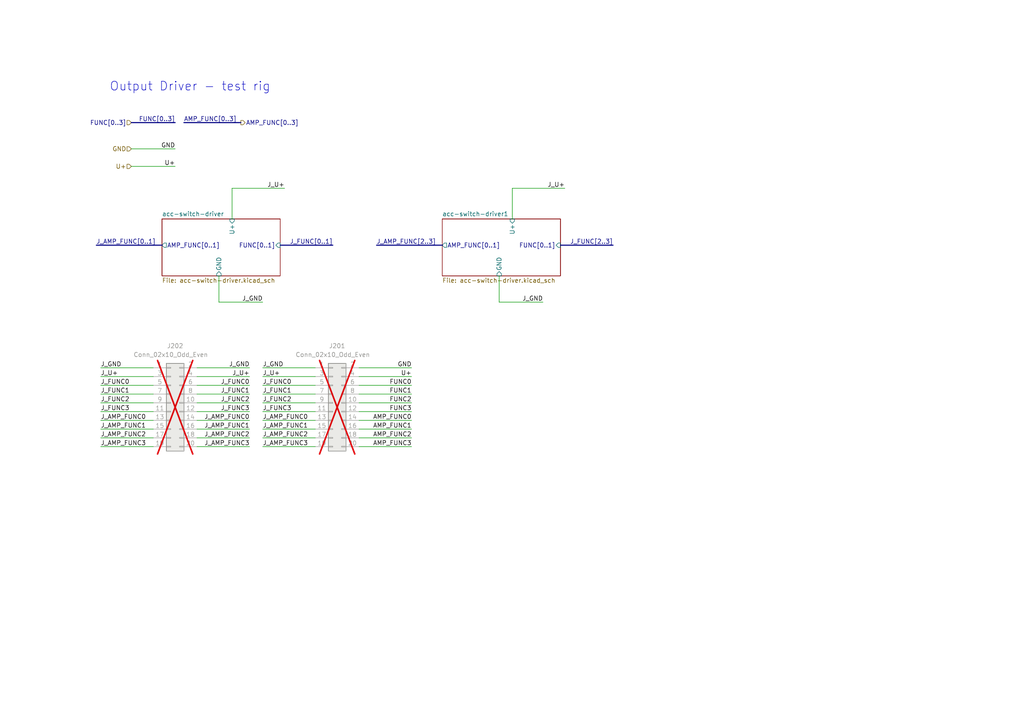
<source format=kicad_sch>
(kicad_sch (version 20231120) (generator "eeschema") (generator_version "8.0")
  (paper "A4")
  (title_block (title "xDuinoRail - LocDecoder - Development Kit") (date "2024-10-09") (rev "v0.2") (company "Chatelain Engineering, Bern - CH"))
  (lib_symbols
    (symbol "Connector_Generic:Conn_02x10_Odd_Even" (pin_names (offset 1.016) hide)
      (property "Reference" "J" (at 1.27 12.7 0))
      (property "Value" "Conn_02x10_Odd_Even" (at 1.27 -15.24 0))
      (symbol "Conn_02x10_Odd_Even_1_1"
        (rectangle (start -1.27 -12.573) (end 0 -12.827) (stroke (width 0.1524)))
        (rectangle (start -1.27 -10.033) (end 0 -10.287) (stroke (width 0.1524)))
        (rectangle (start -1.27 -7.493) (end 0 -7.747) (stroke (width 0.1524)))
        (rectangle (start -1.27 -4.953) (end 0 -5.207) (stroke (width 0.1524)))
        (rectangle (start -1.27 -2.413) (end 0 -2.667) (stroke (width 0.1524)))
        (rectangle (start -1.27 0.127) (end 0 -0.127) (stroke (width 0.1524)))
        (rectangle (start -1.27 2.667) (end 0 2.413) (stroke (width 0.1524)))
        (rectangle (start -1.27 5.207) (end 0 4.953) (stroke (width 0.1524)))
        (rectangle (start -1.27 7.747) (end 0 7.493) (stroke (width 0.1524)))
        (rectangle (start -1.27 10.287) (end 0 10.033) (stroke (width 0.1524)))
        (rectangle (start -1.27 11.43) (end 3.81 -13.97) (stroke (width 0.254)) (fill (type background)))
        (rectangle (start 3.81 -12.573) (end 2.54 -12.827) (stroke (width 0.1524)))
        (rectangle (start 3.81 -10.033) (end 2.54 -10.287) (stroke (width 0.1524)))
        (rectangle (start 3.81 -7.493) (end 2.54 -7.747) (stroke (width 0.1524)))
        (rectangle (start 3.81 -4.953) (end 2.54 -5.207) (stroke (width 0.1524)))
        (rectangle (start 3.81 -2.413) (end 2.54 -2.667) (stroke (width 0.1524)))
        (rectangle (start 3.81 0.127) (end 2.54 -0.127) (stroke (width 0.1524)))
        (rectangle (start 3.81 2.667) (end 2.54 2.413) (stroke (width 0.1524)))
        (rectangle (start 3.81 5.207) (end 2.54 4.953) (stroke (width 0.1524)))
        (rectangle (start 3.81 7.747) (end 2.54 7.493) (stroke (width 0.1524)))
        (rectangle (start 3.81 10.287) (end 2.54 10.033) (stroke (width 0.1524)))
        (pin passive line (at -5.08 10.16 0) (length 3.81) (name "Pin_1") (number "1"))
        (pin passive line (at 7.62 0 180) (length 3.81) (name "Pin_10") (number "10"))
        (pin passive line (at -5.08 -2.54 0) (length 3.81) (name "Pin_11") (number "11"))
        (pin passive line (at 7.62 -2.54 180) (length 3.81) (name "Pin_12") (number "12"))
        (pin passive line (at -5.08 -5.08 0) (length 3.81) (name "Pin_13") (number "13"))
        (pin passive line (at 7.62 -5.08 180) (length 3.81) (name "Pin_14") (number "14"))
        (pin passive line (at -5.08 -7.62 0) (length 3.81) (name "Pin_15") (number "15"))
        (pin passive line (at 7.62 -7.62 180) (length 3.81) (name "Pin_16") (number "16"))
        (pin passive line (at -5.08 -10.16 0) (length 3.81) (name "Pin_17") (number "17"))
        (pin passive line (at 7.62 -10.16 180) (length 3.81) (name "Pin_18") (number "18"))
        (pin passive line (at -5.08 -12.7 0) (length 3.81) (name "Pin_19") (number "19"))
        (pin passive line (at 7.62 10.16 180) (length 3.81) (name "Pin_2") (number "2"))
        (pin passive line (at 7.62 -12.7 180) (length 3.81) (name "Pin_20") (number "20"))
        (pin passive line (at -5.08 7.62 0) (length 3.81) (name "Pin_3") (number "3"))
        (pin passive line (at 7.62 7.62 180) (length 3.81) (name "Pin_4") (number "4"))
        (pin passive line (at -5.08 5.08 0) (length 3.81) (name "Pin_5") (number "5"))
        (pin passive line (at 7.62 5.08 180) (length 3.81) (name "Pin_6") (number "6"))
        (pin passive line (at -5.08 2.54 0) (length 3.81) (name "Pin_7") (number "7"))
        (pin passive line (at 7.62 2.54 180) (length 3.81) (name "Pin_8") (number "8"))
        (pin passive line (at -5.08 0 0) (length 3.81) (name "Pin_9") (number "9"))
      )
    )
  )
  (wire (pts (xy 50.8 48.26) (xy 38.1 48.26)))
  (wire (pts (xy 29.21 106.68) (xy 44.45 106.68)))
  (wire (pts (xy 29.21 114.3) (xy 44.45 114.3)))
  (wire (pts (xy 67.31 54.61) (xy 82.55 54.61)))
  (wire (pts (xy 104.14 109.22) (xy 119.38 109.22)))
  (wire (pts (xy 144.78 80.01) (xy 144.78 87.63)))
  (bus (pts (xy 38.1 35.56) (xy 50.8 35.56)))
  (wire (pts (xy 29.21 129.54) (xy 44.45 129.54)))
  (bus (pts (xy 162.56 71.12) (xy 177.8 71.12)))
  (bus (pts (xy 27.94 71.12) (xy 46.99 71.12)))
  (wire (pts (xy 76.2 87.63) (xy 63.5 87.63)))
  (wire (pts (xy 72.39 109.22) (xy 57.15 109.22)))
  (wire (pts (xy 72.39 124.46) (xy 57.15 124.46)))
  (wire (pts (xy 72.39 127) (xy 57.15 127)))
  (wire (pts (xy 148.59 63.5) (xy 148.59 54.61)))
  (wire (pts (xy 76.2 119.38) (xy 91.44 119.38)))
  (wire (pts (xy 104.14 106.68) (xy 119.38 106.68)))
  (wire (pts (xy 76.2 111.76) (xy 91.44 111.76)))
  (wire (pts (xy 76.2 106.68) (xy 91.44 106.68)))
  (wire (pts (xy 104.14 121.92) (xy 119.38 121.92)))
  (wire (pts (xy 76.2 116.84) (xy 91.44 116.84)))
  (wire (pts (xy 29.21 124.46) (xy 44.45 124.46)))
  (wire (pts (xy 72.39 119.38) (xy 57.15 119.38)))
  (wire (pts (xy 72.39 114.3) (xy 57.15 114.3)))
  (wire (pts (xy 104.14 114.3) (xy 119.38 114.3)))
  (wire (pts (xy 104.14 127) (xy 119.38 127)))
  (wire (pts (xy 67.31 63.5) (xy 67.31 54.61)))
  (wire (pts (xy 76.2 114.3) (xy 91.44 114.3)))
  (wire (pts (xy 29.21 121.92) (xy 44.45 121.92)))
  (wire (pts (xy 148.59 54.61) (xy 163.83 54.61)))
  (wire (pts (xy 104.14 129.54) (xy 119.38 129.54)))
  (wire (pts (xy 29.21 119.38) (xy 44.45 119.38)))
  (wire (pts (xy 50.8 43.18) (xy 38.1 43.18)))
  (wire (pts (xy 76.2 124.46) (xy 91.44 124.46)))
  (bus (pts (xy 109.22 71.12) (xy 128.27 71.12)))
  (wire (pts (xy 29.21 116.84) (xy 44.45 116.84)))
  (wire (pts (xy 104.14 119.38) (xy 119.38 119.38)))
  (wire (pts (xy 76.2 129.54) (xy 91.44 129.54)))
  (bus (pts (xy 81.28 71.12) (xy 96.52 71.12)))
  (wire (pts (xy 29.21 127) (xy 44.45 127)))
  (wire (pts (xy 76.2 121.92) (xy 91.44 121.92)))
  (wire (pts (xy 72.39 106.68) (xy 57.15 106.68)))
  (wire (pts (xy 72.39 111.76) (xy 57.15 111.76)))
  (wire (pts (xy 76.2 109.22) (xy 91.44 109.22)))
  (wire (pts (xy 104.14 111.76) (xy 119.38 111.76)))
  (wire (pts (xy 76.2 127) (xy 91.44 127)))
  (wire (pts (xy 29.21 109.22) (xy 44.45 109.22)))
  (wire (pts (xy 72.39 116.84) (xy 57.15 116.84)))
  (wire (pts (xy 72.39 129.54) (xy 57.15 129.54)))
  (wire (pts (xy 104.14 124.46) (xy 119.38 124.46)))
  (wire (pts (xy 157.48 87.63) (xy 144.78 87.63)))
  (wire (pts (xy 72.39 121.92) (xy 57.15 121.92)))
  (wire (pts (xy 104.14 116.84) (xy 119.38 116.84)))
  (wire (pts (xy 63.5 80.01) (xy 63.5 87.63)))
  (wire (pts (xy 29.21 111.76) (xy 44.45 111.76)))
  (bus (pts (xy 53.34 35.56) (xy 69.85 35.56)))
  (text "Output Driver - test rig" (at 31.75 26.67 0) (effects (font (size 2.54 2.54)) (justify left bottom)))
  (label "J_AMP_FUNC0" (at 29.21 121.92 0))
  (label "J_AMP_FUNC0" (at 72.39 121.92 180))
  (label "J_FUNC3" (at 76.2 119.38 0))
  (label "J_AMP_FUNC[0..1]" (at 27.94 71.12 0))
  (label "J_FUNC1" (at 76.2 114.3 0))
  (label "J_AMP_FUNC2" (at 72.39 127 180))
  (label "J_U+" (at 76.2 109.22 0))
  (label "U+" (at 119.38 109.22 180))
  (label "AMP_FUNC2" (at 119.38 127 180))
  (label "AMP_FUNC3" (at 119.38 129.54 180))
  (label "J_GND" (at 72.39 106.68 180))
  (label "J_FUNC0" (at 29.21 111.76 0))
  (label "J_FUNC2" (at 72.39 116.84 180))
  (label "U+" (at 50.8 48.26 180))
  (label "J_GND" (at 76.2 106.68 0))
  (label "J_AMP_FUNC3" (at 72.39 129.54 180))
  (label "J_FUNC0" (at 76.2 111.76 0))
  (label "J_U+" (at 72.39 109.22 180))
  (label "J_FUNC0" (at 72.39 111.76 180))
  (label "J_AMP_FUNC3" (at 29.21 129.54 0))
  (label "J_U+" (at 82.55 54.61 180))
  (label "J_AMP_FUNC3" (at 76.2 129.54 0))
  (label "J_FUNC2" (at 76.2 116.84 0))
  (label "FUNC2" (at 119.38 116.84 180))
  (label "J_AMP_FUNC1" (at 29.21 124.46 0))
  (label "J_AMP_FUNC0" (at 76.2 121.92 0))
  (label "J_GND" (at 76.2 87.63 180))
  (label "FUNC3" (at 119.38 119.38 180))
  (label "J_U+" (at 163.83 54.61 180))
  (label "J_FUNC[0..1]" (at 96.52 71.12 180))
  (label "J_FUNC3" (at 29.21 119.38 0))
  (label "J_FUNC[2..3]" (at 177.8 71.12 180))
  (label "J_GND" (at 29.21 106.68 0))
  (label "J_AMP_FUNC[2..3]" (at 109.22 71.12 0))
  (label "AMP_FUNC1" (at 119.38 124.46 180))
  (label "J_AMP_FUNC1" (at 72.39 124.46 180))
  (label "J_AMP_FUNC1" (at 76.2 124.46 0))
  (label "J_FUNC2" (at 29.21 116.84 0))
  (label "J_AMP_FUNC2" (at 29.21 127 0))
  (label "J_FUNC1" (at 72.39 114.3 180))
  (label "J_GND" (at 157.48 87.63 180))
  (label "J_U+" (at 29.21 109.22 0))
  (label "AMP_FUNC0" (at 119.38 121.92 180))
  (label "AMP_FUNC[0..3]" (at 53.34 35.56 0))
  (label "GND" (at 50.8 43.18 180))
  (label "J_FUNC3" (at 72.39 119.38 180))
  (label "GND" (at 119.38 106.68 180))
  (label "FUNC0" (at 119.38 111.76 180))
  (label "FUNC[0..3]" (at 50.8 35.56 180))
  (label "J_AMP_FUNC2" (at 76.2 127 0))
  (label "FUNC1" (at 119.38 114.3 180))
  (label "J_FUNC1" (at 29.21 114.3 0))
  (hierarchical_label "U+" (shape input) (at 38.1 48.26 180))
  (hierarchical_label "AMP_FUNC[0..3]" (shape output) (at 69.85 35.56 0))
  (hierarchical_label "GND" (shape input) (at 38.1 43.18 180))
  (hierarchical_label "FUNC[0..3]" (shape input) (at 38.1 35.56 180))
  (symbol (lib_id "Connector_Generic:Conn_02x10_Odd_Even") (at 96.52 116.84 0) (unit 1) (dnp yes)
    (property "Reference" "J201" (at 97.79 100.33 0))
    (property "Value" "Conn_02x10_Odd_Even" (at 96.52 102.87 0))
    (property "Footprint" "xDuinoRail:PinHeaderJP_2x10_P2.54mm_Vertical" (effects (hide yes)))
    (property "Description" "Generic connector, double row, 02x10, odd/even pin numbering scheme (row 1 odd numbers, row 2 even numbers), script generated (kicad-library-utils/schlib/autogen/connector/)" (effects (hide yes)))
  )
  (symbol (lib_id "Connector_Generic:Conn_02x10_Odd_Even") (at 49.53 116.84 0) (unit 1) (dnp yes)
    (property "Reference" "J202" (at 50.8 100.33 0))
    (property "Value" "Conn_02x10_Odd_Even" (at 49.53 102.87 0))
    (property "Footprint" "xDuinoRail:PinHeaderJP_2x10_P2.54mm_Vertical" (effects (hide yes)))
    (property "Description" "Generic connector, double row, 02x10, odd/even pin numbering scheme (row 1 odd numbers, row 2 even numbers), script generated (kicad-library-utils/schlib/autogen/connector/)" (effects (hide yes)))
  )
  (sheet (at 128.27 63.5) (size 34.29 16.51) (stroke (width 0.1524))
    (property "Sheetname" "acc-switch-driver1" (at 128.27 62.7884 0) (effects (justify left bottom)))
    (property "Sheetfile" "acc-switch-driver.kicad_sch" (at 128.27 80.5946 0) (effects (justify left top)))
    (pin "AMP_FUNC[0..1]" output (at 128.27 71.12 180))
    (pin "FUNC[0..1]" input (at 162.56 71.12 0))
    (pin "GND" input (at 144.78 80.01 270))
    (pin "U+" input (at 148.59 63.5 90))
  )
  (sheet (at 46.99 63.5) (size 34.29 16.51) (stroke (width 0.1524))
    (property "Sheetname" "acc-switch-driver" (at 46.99 62.7884 0) (effects (justify left bottom)))
    (property "Sheetfile" "acc-switch-driver.kicad_sch" (at 46.99 80.5946 0) (effects (justify left top)))
    (pin "AMP_FUNC[0..1]" output (at 46.99 71.12 180))
    (pin "FUNC[0..1]" input (at 81.28 71.12 0))
    (pin "GND" input (at 63.5 80.01 270))
    (pin "U+" input (at 67.31 63.5 90))
  )
)
</source>
